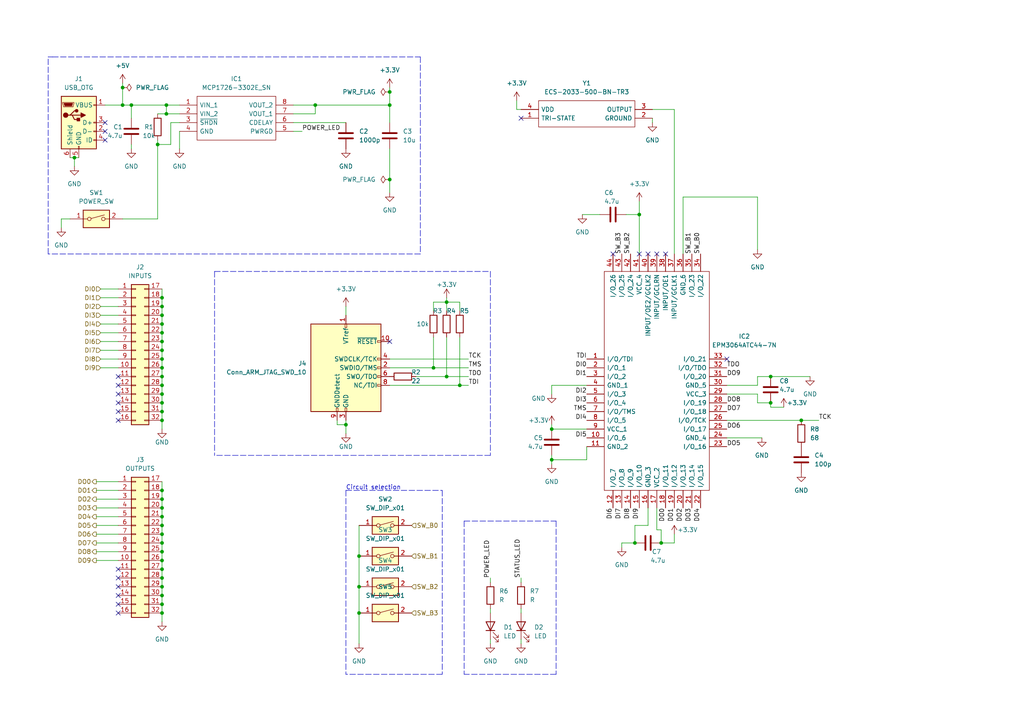
<source format=kicad_sch>
(kicad_sch (version 20211123) (generator eeschema)
  (paper "A4")
  (title_block (title "ATPG with CPLD circuit") (date "2022-08-07") (rev "0.0.1") (company "AGH UST") (comment 1 "Author: Radosław Sajdak"))
  (lib_symbols
    (symbol "Connector:Conn_ARM_JTAG_SWD_10" (pin_names (offset 1.016))
      (property "Reference" "J" (at -2.54 16.51 0))
      (property "Value" "Conn_ARM_JTAG_SWD_10" (at -2.54 13.97 0))
      (symbol "Conn_ARM_JTAG_SWD_10_0_1"
        (rectangle (start -10.16 12.7) (end 10.16 -12.7) (stroke (width 0.254)) (fill (type background)))
        (rectangle (start -2.794 -12.7) (end -2.286 -11.684))
        (rectangle (start -0.254 -12.7) (end 0.254 -11.684))
        (rectangle (start -0.254 12.7) (end 0.254 11.684))
        (rectangle (start 9.144 2.286) (end 10.16 2.794))
        (rectangle (start 10.16 -2.794) (end 9.144 -2.286))
        (rectangle (start 10.16 -0.254) (end 9.144 0.254))
        (rectangle (start 10.16 7.874) (end 9.144 7.366))
      )
      (symbol "Conn_ARM_JTAG_SWD_10_1_1"
        (rectangle (start 9.144 -5.334) (end 10.16 -4.826))
        (pin power_in line (at 0 15.24 270) (length 2.54) (name "VTref") (number "1"))
        (pin open_collector line (at 12.7 7.62 180) (length 2.54) (name "~{RESET}") (number "10"))
        (pin bidirectional line (at 12.7 0 180) (length 2.54) (name "SWDIO/TMS") (number "2"))
        (pin power_in line (at 0 -15.24 90) (length 2.54) (name "GND") (number "3"))
        (pin output line (at 12.7 2.54 180) (length 2.54) (name "SWDCLK/TCK") (number "4"))
        (pin passive line (at 0 -15.24 90) (length 2.54) hide (name "GND") (number "5"))
        (pin input line (at 12.7 -2.54 180) (length 2.54) (name "SWO/TDO") (number "6"))
        (pin no_connect line (at -10.16 0 0) (length 2.54) hide (name "KEY") (number "7"))
        (pin output line (at 12.7 -5.08 180) (length 2.54) (name "NC/TDI") (number "8"))
        (pin passive line (at -2.54 -15.24 90) (length 2.54) (name "GNDDetect") (number "9"))
      )
    )
    (symbol "Connector:USB_OTG" (pin_names (offset 1.016))
      (property "Reference" "J" (at -5.08 11.43 0))
      (property "Value" "USB_OTG" (at -5.08 8.89 0))
      (symbol "USB_OTG_0_1"
        (rectangle (start -5.08 -7.62) (end 5.08 7.62) (stroke (width 0.254)) (fill (type background)))
        (circle (center -3.81 2.159) (radius 0.635) (stroke (width 0.254)) (fill (type outline)))
        (circle (center -0.635 3.429) (radius 0.381) (stroke (width 0.254)) (fill (type outline)))
        (rectangle (start -0.127 -7.62) (end 0.127 -6.858))
        (polyline (pts (xy -1.905 2.159) (xy 0.635 2.159)) (stroke (width 0.254)))
        (polyline (pts (xy -3.175 2.159) (xy -2.54 2.159) (xy -1.27 3.429) (xy -0.635 3.429)) (stroke (width 0.254)))
        (polyline (pts (xy -2.54 2.159) (xy -1.905 2.159) (xy -1.27 0.889) (xy 0 0.889)) (stroke (width 0.254)))
        (polyline (pts (xy 0.635 2.794) (xy 0.635 1.524) (xy 1.905 2.159) (xy 0.635 2.794)) (stroke (width 0.254)) (fill (type outline)))
        (polyline (pts (xy -4.318 5.588) (xy -1.778 5.588) (xy -2.032 4.826) (xy -4.064 4.826) (xy -4.318 5.588)) (fill (type outline)))
        (polyline (pts (xy -4.699 5.842) (xy -4.699 5.588) (xy -4.445 4.826) (xy -4.445 4.572) (xy -1.651 4.572) (xy -1.651 4.826) (xy -1.397 5.588) (xy -1.397 5.842) (xy -4.699 5.842)))
        (rectangle (start 0.254 1.27) (end -0.508 0.508) (stroke (width 0.254)) (fill (type outline)))
        (rectangle (start 5.08 -5.207) (end 4.318 -4.953))
        (rectangle (start 5.08 -2.667) (end 4.318 -2.413))
        (rectangle (start 5.08 -0.127) (end 4.318 0.127))
        (rectangle (start 5.08 4.953) (end 4.318 5.207))
      )
      (symbol "USB_OTG_1_1"
        (pin passive line (at 7.62 5.08 180) (length 2.54) (name "VBUS") (number "1"))
        (pin bidirectional line (at 7.62 -2.54 180) (length 2.54) (name "D-") (number "2"))
        (pin bidirectional line (at 7.62 0 180) (length 2.54) (name "D+") (number "3"))
        (pin passive line (at 7.62 -5.08 180) (length 2.54) (name "ID") (number "4"))
        (pin passive line (at 0 -10.16 90) (length 2.54) (name "GND") (number "5"))
        (pin passive line (at -2.54 -10.16 90) (length 2.54) (name "Shield") (number "6"))
      )
    )
    (symbol "Connector_Generic:Conn_02x16_Top_Bottom" (pin_names (offset 1.016) hide)
      (property "Reference" "J" (at 1.27 20.32 0))
      (property "Value" "Conn_02x16_Top_Bottom" (at 1.27 -22.86 0))
      (symbol "Conn_02x16_Top_Bottom_1_1"
        (rectangle (start -1.27 -20.193) (end 0 -20.447) (stroke (width 0.1524)))
        (rectangle (start -1.27 -17.653) (end 0 -17.907) (stroke (width 0.1524)))
        (rectangle (start -1.27 -15.113) (end 0 -15.367) (stroke (width 0.1524)))
        (rectangle (start -1.27 -12.573) (end 0 -12.827) (stroke (width 0.1524)))
        (rectangle (start -1.27 -10.033) (end 0 -10.287) (stroke (width 0.1524)))
        (rectangle (start -1.27 -7.493) (end 0 -7.747) (stroke (width 0.1524)))
        (rectangle (start -1.27 -4.953) (end 0 -5.207) (stroke (width 0.1524)))
        (rectangle (start -1.27 -2.413) (end 0 -2.667) (stroke (width 0.1524)))
        (rectangle (start -1.27 0.127) (end 0 -0.127) (stroke (width 0.1524)))
        (rectangle (start -1.27 2.667) (end 0 2.413) (stroke (width 0.1524)))
        (rectangle (start -1.27 5.207) (end 0 4.953) (stroke (width 0.1524)))
        (rectangle (start -1.27 7.747) (end 0 7.493) (stroke (width 0.1524)))
        (rectangle (start -1.27 10.287) (end 0 10.033) (stroke (width 0.1524)))
        (rectangle (start -1.27 12.827) (end 0 12.573) (stroke (width 0.1524)))
        (rectangle (start -1.27 15.367) (end 0 15.113) (stroke (width 0.1524)))
        (rectangle (start -1.27 17.907) (end 0 17.653) (stroke (width 0.1524)))
        (rectangle (start -1.27 19.05) (end 3.81 -21.59) (stroke (width 0.254)) (fill (type background)))
        (rectangle (start 3.81 -20.193) (end 2.54 -20.447) (stroke (width 0.1524)))
        (rectangle (start 3.81 -17.653) (end 2.54 -17.907) (stroke (width 0.1524)))
        (rectangle (start 3.81 -15.113) (end 2.54 -15.367) (stroke (width 0.1524)))
        (rectangle (start 3.81 -12.573) (end 2.54 -12.827) (stroke (width 0.1524)))
        (rectangle (start 3.81 -10.033) (end 2.54 -10.287) (stroke (width 0.1524)))
        (rectangle (start 3.81 -7.493) (end 2.54 -7.747) (stroke (width 0.1524)))
        (rectangle (start 3.81 -4.953) (end 2.54 -5.207) (stroke (width 0.1524)))
        (rectangle (start 3.81 -2.413) (end 2.54 -2.667) (stroke (width 0.1524)))
        (rectangle (start 3.81 0.127) (end 2.54 -0.127) (stroke (width 0.1524)))
        (rectangle (start 3.81 2.667) (end 2.54 2.413) (stroke (width 0.1524)))
        (rectangle (start 3.81 5.207) (end 2.54 4.953) (stroke (width 0.1524)))
        (rectangle (start 3.81 7.747) (end 2.54 7.493) (stroke (width 0.1524)))
        (rectangle (start 3.81 10.287) (end 2.54 10.033) (stroke (width 0.1524)))
        (rectangle (start 3.81 12.827) (end 2.54 12.573) (stroke (width 0.1524)))
        (rectangle (start 3.81 15.367) (end 2.54 15.113) (stroke (width 0.1524)))
        (rectangle (start 3.81 17.907) (end 2.54 17.653) (stroke (width 0.1524)))
        (pin passive line (at -5.08 17.78 0) (length 3.81) (name "Pin_1") (number "1"))
        (pin passive line (at -5.08 -5.08 0) (length 3.81) (name "Pin_10") (number "10"))
        (pin passive line (at -5.08 -7.62 0) (length 3.81) (name "Pin_11") (number "11"))
        (pin passive line (at -5.08 -10.16 0) (length 3.81) (name "Pin_12") (number "12"))
        (pin passive line (at -5.08 -12.7 0) (length 3.81) (name "Pin_13") (number "13"))
        (pin passive line (at -5.08 -15.24 0) (length 3.81) (name "Pin_14") (number "14"))
        (pin passive line (at -5.08 -17.78 0) (length 3.81) (name "Pin_15") (number "15"))
        (pin passive line (at -5.08 -20.32 0) (length 3.81) (name "Pin_16") (number "16"))
        (pin passive line (at 7.62 17.78 180) (length 3.81) (name "Pin_17") (number "17"))
        (pin passive line (at 7.62 15.24 180) (length 3.81) (name "Pin_18") (number "18"))
        (pin passive line (at 7.62 12.7 180) (length 3.81) (name "Pin_19") (number "19"))
        (pin passive line (at -5.08 15.24 0) (length 3.81) (name "Pin_2") (number "2"))
        (pin passive line (at 7.62 10.16 180) (length 3.81) (name "Pin_20") (number "20"))
        (pin passive line (at 7.62 7.62 180) (length 3.81) (name "Pin_21") (number "21"))
        (pin passive line (at 7.62 5.08 180) (length 3.81) (name "Pin_22") (number "22"))
        (pin passive line (at 7.62 2.54 180) (length 3.81) (name "Pin_23") (number "23"))
        (pin passive line (at 7.62 0 180) (length 3.81) (name "Pin_24") (number "24"))
        (pin passive line (at 7.62 -2.54 180) (length 3.81) (name "Pin_25") (number "25"))
        (pin passive line (at 7.62 -5.08 180) (length 3.81) (name "Pin_26") (number "26"))
        (pin passive line (at 7.62 -7.62 180) (length 3.81) (name "Pin_27") (number "27"))
        (pin passive line (at 7.62 -10.16 180) (length 3.81) (name "Pin_28") (number "28"))
        (pin passive line (at 7.62 -12.7 180) (length 3.81) (name "Pin_29") (number "29"))
        (pin passive line (at -5.08 12.7 0) (length 3.81) (name "Pin_3") (number "3"))
        (pin passive line (at 7.62 -15.24 180) (length 3.81) (name "Pin_30") (number "30"))
        (pin passive line (at 7.62 -17.78 180) (length 3.81) (name "Pin_31") (number "31"))
        (pin passive line (at 7.62 -20.32 180) (length 3.81) (name "Pin_32") (number "32"))
        (pin passive line (at -5.08 10.16 0) (length 3.81) (name "Pin_4") (number "4"))
        (pin passive line (at -5.08 7.62 0) (length 3.81) (name "Pin_5") (number "5"))
        (pin passive line (at -5.08 5.08 0) (length 3.81) (name "Pin_6") (number "6"))
        (pin passive line (at -5.08 2.54 0) (length 3.81) (name "Pin_7") (number "7"))
        (pin passive line (at -5.08 0 0) (length 3.81) (name "Pin_8") (number "8"))
        (pin passive line (at -5.08 -2.54 0) (length 3.81) (name "Pin_9") (number "9"))
      )
    )
    (symbol "Device:C" (pin_numbers hide) (pin_names (offset 0.254))
      (property "Reference" "C" (at 0.635 2.54 0))
      (property "Value" "C" (at 0.635 -2.54 0))
      (symbol "C_0_1"
        (polyline (pts (xy -2.032 -0.762) (xy 2.032 -0.762)) (stroke (width 0.508)))
        (polyline (pts (xy -2.032 0.762) (xy 2.032 0.762)) (stroke (width 0.508)))
      )
      (symbol "C_1_1"
        (pin passive line (at 0 3.81 270) (length 2.794) (name "~") (number "1"))
        (pin passive line (at 0 -3.81 90) (length 2.794) (name "~") (number "2"))
      )
    )
    (symbol "Device:LED" (pin_numbers hide) (pin_names (offset 1.016) hide)
      (property "Reference" "D" (at 0 2.54 0))
      (property "Value" "LED" (at 0 -2.54 0))
      (symbol "LED_0_1"
        (polyline (pts (xy -1.27 -1.27) (xy -1.27 1.27)) (stroke (width 0.254)))
        (polyline (pts (xy -1.27 0) (xy 1.27 0)))
        (polyline (pts (xy 1.27 -1.27) (xy 1.27 1.27) (xy -1.27 0) (xy 1.27 -1.27)) (stroke (width 0.254)))
        (polyline (pts (xy -3.048 -0.762) (xy -4.572 -2.286) (xy -3.81 -2.286) (xy -4.572 -2.286) (xy -4.572 -1.524)))
        (polyline (pts (xy -1.778 -0.762) (xy -3.302 -2.286) (xy -2.54 -2.286) (xy -3.302 -2.286) (xy -3.302 -1.524)))
      )
      (symbol "LED_1_1"
        (pin passive line (at -3.81 0 0) (length 2.54) (name "K") (number "1"))
        (pin passive line (at 3.81 0 180) (length 2.54) (name "A") (number "2"))
      )
    )
    (symbol "Device:R" (pin_numbers hide) (pin_names (offset 0))
      (property "Reference" "R" (at 2.032 0 90))
      (property "Value" "R" (at 0 0 90))
      (symbol "R_0_1"
        (rectangle (start -1.016 -2.54) (end 1.016 2.54) (stroke (width 0.254)))
      )
      (symbol "R_1_1"
        (pin passive line (at 0 3.81 270) (length 1.27) (name "~") (number "1"))
        (pin passive line (at 0 -3.81 90) (length 1.27) (name "~") (number "2"))
      )
    )
    (symbol "ECS-2033-500-BN-TR3:ECS-2033-500-BN-TR3" (pin_names (offset 0.762))
      (property "Reference" "Y" (at 34.29 7.62 0))
      (property "Value" "ECS-2033-500-BN-TR3" (at 34.29 5.08 0))
      (symbol "ECS-2033-500-BN-TR3_0_0"
        (pin passive line (at 0 -2.54 0) (length 5.08) (name "TRI-STATE") (number "1"))
        (pin passive line (at 38.1 -2.54 180) (length 5.08) (name "GROUND") (number "2"))
        (pin passive line (at 38.1 0 180) (length 5.08) (name "OUTPUT") (number "3"))
        (pin passive line (at 0 0 0) (length 5.08) (name "VDD") (number "4"))
      )
      (symbol "ECS-2033-500-BN-TR3_0_1"
        (polyline (pts (xy 5.08 2.54) (xy 33.02 2.54) (xy 33.02 -5.08) (xy 5.08 -5.08) (xy 5.08 2.54)) (stroke (width 0.1524)))
      )
    )
    (symbol "EPM3064ATC44-7N:EPM3064ATC44-7N" (pin_names (offset 0.762))
      (property "Reference" "IC" (at 36.83 30.48 0))
      (property "Value" "EPM3064ATC44-7N" (at 36.83 27.94 0))
      (symbol "EPM3064ATC44-7N_0_0"
        (pin passive line (at 0 0 0) (length 5.08) (name "I/O/TDI") (number "1"))
        (pin passive line (at 0 -22.86 0) (length 5.08) (name "I/O_6") (number "10"))
        (pin passive line (at 0 -25.4 0) (length 5.08) (name "GND_2") (number "11"))
        (pin passive line (at 7.62 -43.18 90) (length 5.08) (name "I/O_7") (number "12"))
        (pin passive line (at 10.16 -43.18 90) (length 5.08) (name "I/O_8") (number "13"))
        (pin passive line (at 12.7 -43.18 90) (length 5.08) (name "I/O_9") (number "14"))
        (pin passive line (at 15.24 -43.18 90) (length 5.08) (name "I/O_10") (number "15"))
        (pin passive line (at 17.78 -43.18 90) (length 5.08) (name "GND_3") (number "16"))
        (pin passive line (at 20.32 -43.18 90) (length 5.08) (name "VCC_2") (number "17"))
        (pin passive line (at 22.86 -43.18 90) (length 5.08) (name "I/O_11") (number "18"))
        (pin passive line (at 25.4 -43.18 90) (length 5.08) (name "I/O_12") (number "19"))
        (pin passive line (at 0 -2.54 0) (length 5.08) (name "I/O_1") (number "2"))
        (pin passive line (at 27.94 -43.18 90) (length 5.08) (name "I/O_13") (number "20"))
        (pin passive line (at 30.48 -43.18 90) (length 5.08) (name "I/O_14") (number "21"))
        (pin passive line (at 33.02 -43.18 90) (length 5.08) (name "I/O_15") (number "22"))
        (pin passive line (at 40.64 -25.4 180) (length 5.08) (name "I/O_16") (number "23"))
        (pin passive line (at 40.64 -22.86 180) (length 5.08) (name "GND_4") (number "24"))
        (pin passive line (at 40.64 -20.32 180) (length 5.08) (name "I/O_17") (number "25"))
        (pin passive line (at 40.64 -17.78 180) (length 5.08) (name "I/O/TCK") (number "26"))
        (pin passive line (at 40.64 -15.24 180) (length 5.08) (name "I/O_18") (number "27"))
        (pin passive line (at 40.64 -12.7 180) (length 5.08) (name "I/O_19") (number "28"))
        (pin passive line (at 40.64 -10.16 180) (length 5.08) (name "VCC_3") (number "29"))
        (pin passive line (at 0 -5.08 0) (length 5.08) (name "I/O_2") (number "3"))
        (pin passive line (at 40.64 -7.62 180) (length 5.08) (name "GND_5") (number "30"))
        (pin passive line (at 40.64 -5.08 180) (length 5.08) (name "I/O_20") (number "31"))
        (pin passive line (at 40.64 -2.54 180) (length 5.08) (name "I/O/TDO") (number "32"))
        (pin passive line (at 40.64 0 180) (length 5.08) (name "I/O_21") (number "33"))
        (pin passive line (at 33.02 30.48 270) (length 5.08) (name "I/O_22") (number "34"))
        (pin passive line (at 30.48 30.48 270) (length 5.08) (name "I/O_23") (number "35"))
        (pin passive line (at 27.94 30.48 270) (length 5.08) (name "GND_6") (number "36"))
        (pin passive line (at 25.4 30.48 270) (length 5.08) (name "INPUT/GCLK1") (number "37"))
        (pin passive line (at 22.86 30.48 270) (length 5.08) (name "INPUT/OE1") (number "38"))
        (pin passive line (at 20.32 30.48 270) (length 5.08) (name "INPUT/GCLRN") (number "39"))
        (pin passive line (at 0 -7.62 0) (length 5.08) (name "GND_1") (number "4"))
        (pin passive line (at 17.78 30.48 270) (length 5.08) (name "INPUT/OE2/GCLK2") (number "40"))
        (pin passive line (at 15.24 30.48 270) (length 5.08) (name "VCC_4") (number "41"))
        (pin passive line (at 12.7 30.48 270) (length 5.08) (name "I/O_24") (number "42"))
        (pin passive line (at 10.16 30.48 270) (length 5.08) (name "I/O_25") (number "43"))
        (pin passive line (at 7.62 30.48 270) (length 5.08) (name "I/O_26") (number "44"))
        (pin passive line (at 0 -10.16 0) (length 5.08) (name "I/O_3") (number "5"))
        (pin passive line (at 0 -12.7 0) (length 5.08) (name "I/O_4") (number "6"))
        (pin passive line (at 0 -15.24 0) (length 5.08) (name "I/O/TMS") (number "7"))
        (pin passive line (at 0 -17.78 0) (length 5.08) (name "I/O_5") (number "8"))
        (pin passive line (at 0 -20.32 0) (length 5.08) (name "VCC_1") (number "9"))
      )
      (symbol "EPM3064ATC44-7N_0_1"
        (polyline (pts (xy 5.08 25.4) (xy 35.56 25.4) (xy 35.56 -38.1) (xy 5.08 -38.1) (xy 5.08 25.4)) (stroke (width 0.1524)))
      )
    )
    (symbol "MCP1726-3302E_SN:MCP1726-3302E_SN" (pin_names (offset 0.762))
      (property "Reference" "IC" (at 29.21 7.62 0))
      (property "Value" "MCP1726-3302E_SN" (at 29.21 5.08 0))
      (symbol "MCP1726-3302E_SN_0_0"
        (pin passive line (at 0 0 0) (length 5.08) (name "VIN_1") (number "1"))
        (pin passive line (at 0 -2.54 0) (length 5.08) (name "VIN_2") (number "2"))
        (pin passive line (at 0 -5.08 0) (length 5.08) (name "~{SHDN}") (number "3"))
        (pin passive line (at 0 -7.62 0) (length 5.08) (name "GND") (number "4"))
        (pin passive line (at 33.02 -7.62 180) (length 5.08) (name "PWRGD") (number "5"))
        (pin passive line (at 33.02 -5.08 180) (length 5.08) (name "CDELAY") (number "6"))
        (pin passive line (at 33.02 -2.54 180) (length 5.08) (name "VOUT_1") (number "7"))
        (pin passive line (at 33.02 0 180) (length 5.08) (name "VOUT_2") (number "8"))
      )
      (symbol "MCP1726-3302E_SN_0_1"
        (polyline (pts (xy 5.08 2.54) (xy 27.94 2.54) (xy 27.94 -10.16) (xy 5.08 -10.16) (xy 5.08 2.54)) (stroke (width 0.1524)))
      )
    )
    (symbol "R_1" (pin_numbers hide) (pin_names (offset 0) hide)
      (property "Reference" "R" (at 2.032 0 90))
      (property "Value" "R_1" (at 0 0 90))
      (symbol "R_1_0_1"
        (rectangle (start -1.016 -2.54) (end 1.016 2.54) (stroke (width 0.254)))
      )
      (symbol "R_1_1_1"
        (pin passive line (at 0 3.81 270) (length 1.27) (name "~") (number "1"))
        (pin passive line (at 0 -3.81 90) (length 1.27) (name "~") (number "2"))
      )
    )
    (symbol "Switch:SW_DIP_x01" (pin_names (offset 0) hide)
      (property "Reference" "SW" (at 0 3.81 0))
      (property "Value" "SW_DIP_x01" (at 0 -3.81 0))
      (symbol "SW_DIP_x01_0_0"
        (circle (center -2.032 0) (radius 0.508))
        (polyline (pts (xy -1.524 0.127) (xy 2.3622 1.1684)))
        (circle (center 2.032 0) (radius 0.508))
      )
      (symbol "SW_DIP_x01_0_1"
        (rectangle (start -3.81 2.54) (end 3.81 -2.54) (stroke (width 0.254)) (fill (type background)))
      )
      (symbol "SW_DIP_x01_1_1"
        (pin passive line (at -7.62 0 0) (length 5.08) (name "~") (number "1"))
        (pin passive line (at 7.62 0 180) (length 5.08) (name "~") (number "2"))
      )
    )
    (symbol "power:+3.3V" (power) (pin_names (offset 0))
      (property "Value" "+3.3V" (at 0 3.556 0))
      (symbol "+3.3V_0_1"
        (polyline (pts (xy -0.762 1.27) (xy 0 2.54)))
        (polyline (pts (xy 0 0) (xy 0 2.54)))
        (polyline (pts (xy 0 2.54) (xy 0.762 1.27)))
      )
      (symbol "+3.3V_1_1"
        (pin power_in line (at 0 0 90) (length 0) hide (name "+3.3V") (number "1"))
      )
    )
    (symbol "power:+5V" (power) (pin_names (offset 0))
      (property "Value" "+5V" (at 0 3.556 0))
      (symbol "+5V_0_1"
        (polyline (pts (xy -0.762 1.27) (xy 0 2.54)))
        (polyline (pts (xy 0 0) (xy 0 2.54)))
        (polyline (pts (xy 0 2.54) (xy 0.762 1.27)))
      )
      (symbol "+5V_1_1"
        (pin power_in line (at 0 0 90) (length 0) hide (name "+5V") (number "1"))
      )
    )
    (symbol "power:GND" (power) (pin_names (offset 0))
      (property "Value" "GND" (at 0 -3.81 0))
      (symbol "GND_0_1"
        (polyline (pts (xy 0 0) (xy 0 -1.27) (xy 1.27 -1.27) (xy 0 -2.54) (xy -1.27 -1.27) (xy 0 -1.27)))
      )
      (symbol "GND_1_1"
        (pin power_in line (at 0 0 270) (length 0) hide (name "GND") (number "1"))
      )
    )
    (symbol "power:PWR_FLAG" (power) (pin_numbers hide) (pin_names (offset 0) hide)
      (property "Value" "PWR_FLAG" (at 0 3.81 0))
      (symbol "PWR_FLAG_0_0"
        (pin power_out line (at 0 0 90) (length 0) (name "pwr") (number "1"))
      )
      (symbol "PWR_FLAG_0_1"
        (polyline (pts (xy 0 0) (xy 0 1.27) (xy -1.016 1.905) (xy 0 2.54) (xy 1.016 1.905) (xy 0 1.27)))
      )
    )
  )
  (junction (at 104.14 177.8))
  (junction (at 125.73 106.68))
  (junction (at 48.26 30.48))
  (junction (at 46.99 170.18))
  (junction (at 46.99 121.92))
  (junction (at 46.99 99.06))
  (junction (at 46.99 111.76))
  (junction (at 184.15 157.48))
  (junction (at 46.99 109.22))
  (junction (at 113.03 52.07))
  (junction (at 160.02 133.35))
  (junction (at 46.99 106.68))
  (junction (at 104.14 161.29))
  (junction (at 46.99 167.64))
  (junction (at 100.33 123.19))
  (junction (at 46.99 91.44))
  (junction (at 46.99 101.6))
  (junction (at 191.77 157.48))
  (junction (at 223.52 116.84))
  (junction (at 133.35 111.76))
  (junction (at 104.14 170.18))
  (junction (at 46.99 154.94))
  (junction (at 46.99 93.98))
  (junction (at 113.03 26.67))
  (junction (at 45.72 41.91))
  (junction (at 46.99 177.8))
  (junction (at 46.99 142.24))
  (junction (at 232.41 121.92))
  (junction (at 160.02 124.46))
  (junction (at 46.99 152.4))
  (junction (at 46.99 119.38))
  (junction (at 46.99 160.02))
  (junction (at 46.99 114.3))
  (junction (at 129.54 109.22))
  (junction (at 185.42 62.23))
  (junction (at 223.52 109.22))
  (junction (at 46.99 116.84))
  (junction (at 38.1 30.48))
  (junction (at 46.99 88.9))
  (junction (at 129.54 87.63))
  (junction (at 91.44 30.48))
  (junction (at 46.99 144.78))
  (junction (at 46.99 96.52))
  (junction (at 46.99 147.32))
  (junction (at 35.56 30.48))
  (junction (at 48.26 33.02))
  (junction (at 35.56 25.4))
  (junction (at 46.99 86.36))
  (junction (at 21.59 45.72))
  (junction (at 46.99 162.56))
  (junction (at 46.99 165.1))
  (junction (at 46.99 172.72))
  (junction (at 46.99 157.48))
  (junction (at 113.03 30.48))
  (junction (at 46.99 175.26))
  (junction (at 46.99 104.14))
  (junction (at 46.99 149.86))
  (no_connect (at 34.29 121.92))
  (no_connect (at 193.04 73.66))
  (no_connect (at 190.5 73.66))
  (no_connect (at 187.96 73.66))
  (no_connect (at 185.42 73.66))
  (no_connect (at 34.29 165.1))
  (no_connect (at 34.29 175.26))
  (no_connect (at 34.29 172.72))
  (no_connect (at 34.29 170.18))
  (no_connect (at 34.29 167.64))
  (no_connect (at 34.29 119.38))
  (no_connect (at 34.29 116.84))
  (no_connect (at 34.29 114.3))
  (no_connect (at 34.29 111.76))
  (no_connect (at 34.29 109.22))
  (no_connect (at 210.82 104.14))
  (no_connect (at 177.8 73.66))
  (no_connect (at 34.29 177.8))
  (no_connect (at 113.03 99.06))
  (no_connect (at 30.48 35.56))
  (no_connect (at 30.48 40.64))
  (no_connect (at 30.48 38.1))
  (no_connect (at 151.13 34.29))
  (wire (pts (xy 27.94 160.02) (xy 34.29 160.02)))
  (wire (pts (xy 113.03 106.68) (xy 125.73 106.68)))
  (wire (pts (xy 160.02 133.35) (xy 160.02 134.62)))
  (polyline (pts (xy 100.33 142.24) (xy 100.33 195.58)))
  (wire (pts (xy 52.07 35.56) (xy 49.53 35.56)))
  (wire (pts (xy 46.99 162.56) (xy 46.99 165.1)))
  (wire (pts (xy 219.71 109.22) (xy 219.71 111.76)))
  (wire (pts (xy 160.02 123.19) (xy 160.02 124.46)))
  (wire (pts (xy 219.71 114.3) (xy 219.71 116.84)))
  (wire (pts (xy 46.99 175.26) (xy 46.99 177.8)))
  (wire (pts (xy 151.13 176.53) (xy 151.13 177.8)))
  (wire (pts (xy 46.99 170.18) (xy 46.99 172.72)))
  (wire (pts (xy 27.94 149.86) (xy 34.29 149.86)))
  (polyline (pts (xy 134.62 151.13) (xy 134.62 195.58)))
  (wire (pts (xy 46.99 172.72) (xy 46.99 175.26)))
  (wire (pts (xy 223.52 109.22) (xy 219.71 109.22)))
  (wire (pts (xy 181.61 62.23) (xy 185.42 62.23)))
  (wire (pts (xy 142.24 176.53) (xy 142.24 177.8)))
  (wire (pts (xy 189.23 34.29) (xy 189.23 35.56)))
  (wire (pts (xy 237.49 121.92) (xy 232.41 121.92)))
  (wire (pts (xy 190.5 153.67) (xy 191.77 153.67)))
  (wire (pts (xy 46.99 96.52) (xy 46.99 99.06)))
  (polyline (pts (xy 161.29 195.58) (xy 134.62 195.58)))
  (wire (pts (xy 29.21 96.52) (xy 34.29 96.52)))
  (wire (pts (xy 113.03 104.14) (xy 135.89 104.14)))
  (wire (pts (xy 46.99 139.7) (xy 46.99 142.24)))
  (polyline (pts (xy 142.24 78.74) (xy 142.24 132.08)))
  (wire (pts (xy 113.03 111.76) (xy 133.35 111.76)))
  (wire (pts (xy 38.1 30.48) (xy 38.1 34.29)))
  (wire (pts (xy 52.07 33.02) (xy 48.26 33.02)))
  (wire (pts (xy 210.82 114.3) (xy 219.71 114.3)))
  (wire (pts (xy 46.99 88.9) (xy 46.99 91.44)))
  (wire (pts (xy 129.54 86.36) (xy 129.54 87.63)))
  (wire (pts (xy 91.44 30.48) (xy 113.03 30.48)))
  (wire (pts (xy 223.52 109.22) (xy 234.95 109.22)))
  (wire (pts (xy 85.09 35.56) (xy 100.33 35.56)))
  (polyline (pts (xy 142.24 132.08) (xy 62.23 132.08)))
  (wire (pts (xy 180.34 157.48) (xy 184.15 157.48)))
  (polyline (pts (xy 62.23 78.74) (xy 142.24 78.74)))
  (wire (pts (xy 187.96 147.32) (xy 187.96 152.4)))
  (wire (pts (xy 125.73 87.63) (xy 129.54 87.63)))
  (wire (pts (xy 189.23 31.75) (xy 195.58 31.75)))
  (wire (pts (xy 17.78 66.04) (xy 17.78 63.5)))
  (wire (pts (xy 46.99 119.38) (xy 46.99 121.92)))
  (wire (pts (xy 232.41 121.92) (xy 210.82 121.92)))
  (wire (pts (xy 160.02 114.3) (xy 160.02 111.76)))
  (wire (pts (xy 29.21 99.06) (xy 34.29 99.06)))
  (wire (pts (xy 45.72 33.02) (xy 48.26 33.02)))
  (wire (pts (xy 190.5 147.32) (xy 190.5 153.67)))
  (wire (pts (xy 45.72 40.64) (xy 45.72 41.91)))
  (wire (pts (xy 91.44 33.02) (xy 91.44 30.48)))
  (wire (pts (xy 29.21 83.82) (xy 34.29 83.82)))
  (wire (pts (xy 52.07 38.1) (xy 52.07 43.18)))
  (wire (pts (xy 46.99 157.48) (xy 46.99 160.02)))
  (wire (pts (xy 187.96 152.4) (xy 184.15 152.4)))
  (polyline (pts (xy 100.33 142.24) (xy 128.27 142.24)))
  (wire (pts (xy 46.99 104.14) (xy 46.99 106.68)))
  (wire (pts (xy 149.86 31.75) (xy 151.13 31.75)))
  (polyline (pts (xy 161.29 151.13) (xy 161.29 195.58)))
  (wire (pts (xy 46.99 99.06) (xy 46.99 101.6)))
  (wire (pts (xy 170.18 129.54) (xy 170.18 133.35)))
  (wire (pts (xy 46.99 144.78) (xy 46.99 147.32)))
  (wire (pts (xy 129.54 87.63) (xy 129.54 90.17)))
  (wire (pts (xy 223.52 118.11) (xy 223.52 116.84)))
  (wire (pts (xy 46.99 91.44) (xy 46.99 93.98)))
  (wire (pts (xy 35.56 25.4) (xy 35.56 30.48)))
  (wire (pts (xy 49.53 35.56) (xy 49.53 41.91)))
  (polyline (pts (xy 121.92 16.51) (xy 121.92 73.66)))
  (wire (pts (xy 35.56 24.13) (xy 35.56 25.4)))
  (wire (pts (xy 48.26 30.48) (xy 52.07 30.48)))
  (wire (pts (xy 160.02 111.76) (xy 170.18 111.76)))
  (wire (pts (xy 129.54 87.63) (xy 133.35 87.63)))
  (wire (pts (xy 46.99 154.94) (xy 46.99 157.48)))
  (wire (pts (xy 104.14 170.18) (xy 104.14 177.8)))
  (wire (pts (xy 46.99 121.92) (xy 46.99 124.46)))
  (wire (pts (xy 46.99 165.1) (xy 46.99 167.64)))
  (wire (pts (xy 113.03 55.88) (xy 113.03 52.07)))
  (wire (pts (xy 100.33 121.92) (xy 100.33 123.19)))
  (wire (pts (xy 46.99 142.24) (xy 46.99 144.78)))
  (wire (pts (xy 185.42 62.23) (xy 185.42 73.66)))
  (wire (pts (xy 151.13 167.64) (xy 151.13 168.91)))
  (wire (pts (xy 100.33 123.19) (xy 100.33 125.73)))
  (polyline (pts (xy 62.23 78.74) (xy 62.23 132.08)))
  (wire (pts (xy 142.24 167.64) (xy 142.24 168.91)))
  (polyline (pts (xy 134.62 151.13) (xy 161.29 151.13)))
  (wire (pts (xy 38.1 30.48) (xy 48.26 30.48)))
  (wire (pts (xy 46.99 160.02) (xy 46.99 162.56)))
  (wire (pts (xy 46.99 101.6) (xy 46.99 104.14)))
  (wire (pts (xy 35.56 30.48) (xy 38.1 30.48)))
  (wire (pts (xy 27.94 152.4) (xy 34.29 152.4)))
  (wire (pts (xy 129.54 109.22) (xy 135.89 109.22)))
  (wire (pts (xy 17.78 63.5) (xy 20.32 63.5)))
  (wire (pts (xy 45.72 41.91) (xy 45.72 63.5)))
  (wire (pts (xy 29.21 86.36) (xy 34.29 86.36)))
  (wire (pts (xy 27.94 154.94) (xy 34.29 154.94)))
  (wire (pts (xy 29.21 88.9) (xy 34.29 88.9)))
  (wire (pts (xy 104.14 177.8) (xy 104.14 186.69)))
  (wire (pts (xy 27.94 157.48) (xy 34.29 157.48)))
  (wire (pts (xy 45.72 63.5) (xy 35.56 63.5)))
  (wire (pts (xy 227.33 118.11) (xy 223.52 118.11)))
  (wire (pts (xy 29.21 101.6) (xy 34.29 101.6)))
  (wire (pts (xy 104.14 152.4) (xy 104.14 161.29)))
  (wire (pts (xy 46.99 177.8) (xy 46.99 180.34)))
  (wire (pts (xy 195.58 154.94) (xy 195.58 157.48)))
  (wire (pts (xy 85.09 38.1) (xy 87.63 38.1)))
  (wire (pts (xy 219.71 57.15) (xy 198.12 57.15)))
  (polyline (pts (xy 128.27 142.24) (xy 128.27 195.58)))
  (wire (pts (xy 100.33 88.9) (xy 100.33 91.44)))
  (wire (pts (xy 191.77 153.67) (xy 191.77 157.48)))
  (wire (pts (xy 97.79 121.92) (xy 97.79 123.19)))
  (wire (pts (xy 48.26 33.02) (xy 48.26 30.48)))
  (wire (pts (xy 219.71 72.39) (xy 219.71 57.15)))
  (wire (pts (xy 219.71 116.84) (xy 223.52 116.84)))
  (polyline (pts (xy 13.97 73.66) (xy 13.97 16.51)))
  (wire (pts (xy 85.09 33.02) (xy 91.44 33.02)))
  (wire (pts (xy 46.99 109.22) (xy 46.99 111.76)))
  (wire (pts (xy 27.94 147.32) (xy 34.29 147.32)))
  (wire (pts (xy 129.54 97.79) (xy 129.54 109.22)))
  (wire (pts (xy 38.1 41.91) (xy 38.1 43.18)))
  (wire (pts (xy 30.48 30.48) (xy 35.56 30.48)))
  (wire (pts (xy 46.99 116.84) (xy 46.99 119.38)))
  (wire (pts (xy 195.58 31.75) (xy 195.58 73.66)))
  (wire (pts (xy 120.65 109.22) (xy 129.54 109.22)))
  (wire (pts (xy 27.94 139.7) (xy 34.29 139.7)))
  (polyline (pts (xy 15.24 16.51) (xy 121.92 16.51)))
  (polyline (pts (xy 121.92 73.66) (xy 13.97 73.66)))
  (wire (pts (xy 185.42 58.42) (xy 185.42 62.23)))
  (wire (pts (xy 160.02 132.08) (xy 160.02 133.35)))
  (wire (pts (xy 113.03 26.67) (xy 113.03 30.48)))
  (wire (pts (xy 125.73 87.63) (xy 125.73 90.17)))
  (wire (pts (xy 198.12 57.15) (xy 198.12 73.66)))
  (wire (pts (xy 27.94 142.24) (xy 34.29 142.24)))
  (wire (pts (xy 21.59 45.72) (xy 22.86 45.72)))
  (wire (pts (xy 125.73 106.68) (xy 135.89 106.68)))
  (wire (pts (xy 21.59 45.72) (xy 21.59 48.26)))
  (wire (pts (xy 49.53 41.91) (xy 45.72 41.91)))
  (wire (pts (xy 29.21 93.98) (xy 34.29 93.98)))
  (wire (pts (xy 113.03 30.48) (xy 113.03 35.56)))
  (wire (pts (xy 46.99 106.68) (xy 46.99 109.22)))
  (wire (pts (xy 195.58 157.48) (xy 191.77 157.48)))
  (wire (pts (xy 113.03 25.4) (xy 113.03 26.67)))
  (wire (pts (xy 20.32 45.72) (xy 21.59 45.72)))
  (wire (pts (xy 29.21 104.14) (xy 34.29 104.14)))
  (wire (pts (xy 29.21 106.68) (xy 34.29 106.68)))
  (wire (pts (xy 184.15 152.4) (xy 184.15 157.48)))
  (wire (pts (xy 46.99 86.36) (xy 46.99 88.9)))
  (wire (pts (xy 133.35 111.76) (xy 135.89 111.76)))
  (wire (pts (xy 27.94 144.78) (xy 34.29 144.78)))
  (wire (pts (xy 210.82 127) (xy 220.98 127)))
  (wire (pts (xy 46.99 152.4) (xy 46.99 154.94)))
  (wire (pts (xy 46.99 147.32) (xy 46.99 149.86)))
  (wire (pts (xy 104.14 161.29) (xy 104.14 170.18)))
  (polyline (pts (xy 13.97 16.51) (xy 15.24 16.51)))
  (wire (pts (xy 46.99 83.82) (xy 46.99 86.36)))
  (wire (pts (xy 125.73 97.79) (xy 125.73 106.68)))
  (polyline (pts (xy 128.27 195.58) (xy 100.33 195.58)))
  (wire (pts (xy 149.86 29.21) (xy 149.86 31.75)))
  (wire (pts (xy 46.99 111.76) (xy 46.99 114.3)))
  (wire (pts (xy 91.44 30.48) (xy 85.09 30.48)))
  (wire (pts (xy 133.35 97.79) (xy 133.35 111.76)))
  (wire (pts (xy 113.03 52.07) (xy 113.03 43.18)))
  (wire (pts (xy 46.99 167.64) (xy 46.99 170.18)))
  (wire (pts (xy 170.18 133.35) (xy 160.02 133.35)))
  (wire (pts (xy 46.99 149.86) (xy 46.99 152.4)))
  (wire (pts (xy 180.34 158.75) (xy 180.34 157.48)))
  (wire (pts (xy 151.13 185.42) (xy 151.13 186.69)))
  (wire (pts (xy 219.71 111.76) (xy 210.82 111.76)))
  (wire (pts (xy 168.91 62.23) (xy 173.99 62.23)))
  (wire (pts (xy 160.02 124.46) (xy 170.18 124.46)))
  (wire (pts (xy 46.99 114.3) (xy 46.99 116.84)))
  (wire (pts (xy 46.99 93.98) (xy 46.99 96.52)))
  (wire (pts (xy 142.24 185.42) (xy 142.24 186.69)))
  (wire (pts (xy 27.94 162.56) (xy 34.29 162.56)))
  (wire (pts (xy 97.79 123.19) (xy 100.33 123.19)))
  (wire (pts (xy 133.35 87.63) (xy 133.35 90.17)))
  (wire (pts (xy 29.21 91.44) (xy 34.29 91.44)))
  (text "Circuit selection" (at 100.33 142.24 0) (effects (font (size 1.27 1.27)) (justify left bottom)))
  (label "SW_B0" (at 203.2 73.66 90))
  (label "DO5" (at 210.82 129.54 0))
  (label "TDI" (at 135.89 111.76 0))
  (label "DO4" (at 203.2 147.32 270))
  (label "DO7" (at 210.82 119.38 0))
  (label "TCK" (at 135.89 104.14 0))
  (label "DI7" (at 180.34 147.32 270))
  (label "DO0" (at 193.04 147.32 270))
  (label "DI2" (at 170.18 114.3 180))
  (label "SW_B1" (at 200.66 73.66 90))
  (label "DI6" (at 177.8 147.32 270))
  (label "TCK" (at 237.49 121.92 0))
  (label "TMS" (at 135.89 106.68 0))
  (label "DI9" (at 185.42 147.32 270))
  (label "DI5" (at 170.18 127 180))
  (label "POWER_LED" (at 87.63 38.1 0))
  (label "DI8" (at 182.88 147.32 270))
  (label "DO8" (at 210.82 116.84 0))
  (label "TDO" (at 210.82 106.68 0))
  (label "POWER_LED" (at 142.24 167.64 90))
  (label "DI1" (at 170.18 109.22 180))
  (label "STATUS_LED" (at 151.13 167.64 90))
  (label "DI0" (at 170.18 106.68 180))
  (label "SW_B3" (at 180.34 73.66 90))
  (label "DO9" (at 210.82 109.22 0))
  (label "TMS" (at 170.18 119.38 180))
  (label "DI4" (at 170.18 121.92 180))
  (label "DO6" (at 210.82 124.46 0))
  (label "DO2" (at 198.12 147.32 270))
  (label "SW_B2" (at 182.88 73.66 90))
  (label "TDO" (at 135.89 109.22 0))
  (label "DI3" (at 170.18 116.84 180))
  (label "DO1" (at 195.58 147.32 270))
  (label "TDI" (at 170.18 104.14 180))
  (label "DO3" (at 200.66 147.32 270))
  (hierarchical_label "DI3" (shape input) (at 29.21 91.44 180))
  (hierarchical_label "DI7" (shape input) (at 29.21 101.6 180))
  (hierarchical_label "SW_B1" (shape input) (at 119.38 161.29 0))
  (hierarchical_label "SW_B2" (shape input) (at 119.38 170.18 0))
  (hierarchical_label "DO6" (shape output) (at 27.94 154.94 180))
  (hierarchical_label "DO7" (shape output) (at 27.94 157.48 180))
  (hierarchical_label "DO5" (shape output) (at 27.94 152.4 180))
  (hierarchical_label "SW_B3" (shape input) (at 119.38 177.8 0))
  (hierarchical_label "DO9" (shape output) (at 27.94 162.56 180))
  (hierarchical_label "DO8" (shape output) (at 27.94 160.02 180))
  (hierarchical_label "DI1" (shape input) (at 29.21 86.36 180))
  (hierarchical_label "DI9" (shape input) (at 29.21 106.68 180))
  (hierarchical_label "DO4" (shape output) (at 27.94 149.86 180))
  (hierarchical_label "DI5" (shape input) (at 29.21 96.52 180))
  (hierarchical_label "DI2" (shape input) (at 29.21 88.9 180))
  (hierarchical_label "DO1" (shape output) (at 27.94 142.24 180))
  (hierarchical_label "DO3" (shape output) (at 27.94 147.32 180))
  (hierarchical_label "DI0" (shape input) (at 29.21 83.82 180))
  (hierarchical_label "DI4" (shape input) (at 29.21 93.98 180))
  (hierarchical_label "DI8" (shape input) (at 29.21 104.14 180))
  (hierarchical_label "DO2" (shape output) (at 27.94 144.78 180))
  (hierarchical_label "DI6" (shape input) (at 29.21 99.06 180))
  (hierarchical_label "DO0" (shape output) (at 27.94 139.7 180))
  (hierarchical_label "SW_B0" (shape input) (at 119.38 152.4 0))
  (symbol (lib_id "power:PWR_FLAG") (at 113.03 52.07 90) (unit 1)
    (property "Reference" "#FLG03" (effects hide))
    (property "Value" "PWR_FLAG" (at 104.14 52.07 90))
  )
  (symbol (lib_id "Device:C") (at 232.41 133.35 0) (unit 1)
    (property "Reference" "C4" (at 236.22 132.0799 0) (effects (justify left)))
    (property "Value" "100p" (at 236.22 134.6199 0) (effects (justify left)))
    (property "Footprint" "Capacitor_SMD:C_0603_1608Metric" (effects hide))
  )
  (symbol (lib_id "Device:LED") (at 151.13 181.61 90) (unit 1)
    (property "Reference" "D2" (at 154.94 181.9274 90) (effects (justify right)))
    (property "Value" "LED" (at 154.94 184.4674 90) (effects (justify right)))
    (property "Footprint" "LED_THT:LED_D3.0mm" (effects hide))
  )
  (symbol (lib_id "Switch:SW_DIP_x01") (at 111.76 152.4 0) (unit 1)
    (property "Reference" "SW2" (at 111.76 144.78 0))
    (property "Value" "SW_DIP_x01" (at 111.76 147.32 0))
    (property "Footprint" "Button_Switch_THT:SW_DIP_SPSTx01_Slide_9.78x4.72mm_W7.62mm_P2.54mm" (effects hide))
  )
  (symbol (lib_id "power:GND") (at 180.34 158.75 0) (unit 1)
    (property "Reference" "#PWR020" (effects hide))
    (property "Value" "GND" (at 180.34 163.83 0))
  )
  (symbol (lib_id "power:+3.3V") (at 160.02 123.19 0) (unit 1)
    (property "Reference" "#PWR04" (effects hide))
    (property "Value" "+3.3V" (at 156.21 121.92 0))
  )
  (symbol (lib_id "Device:R") (at 151.13 172.72 0) (unit 1)
    (property "Reference" "R7" (at 153.67 171.4499 0) (effects (justify left)))
    (property "Value" "R" (at 153.67 173.9899 0) (effects (justify left)))
    (property "Footprint" "Resistor_SMD:R_0603_1608Metric" (effects hide))
  )
  (symbol (lib_id "Switch:SW_DIP_x01") (at 111.76 177.8 0) (unit 1)
    (property "Reference" "SW5" (at 111.76 170.18 0))
    (property "Value" "SW_DIP_x01" (at 111.76 172.72 0))
    (property "Footprint" "Button_Switch_THT:SW_DIP_SPSTx01_Slide_9.78x4.72mm_W7.62mm_P2.54mm" (effects hide))
  )
  (symbol (lib_id "Device:C") (at 113.03 39.37 0) (unit 1)
    (property "Reference" "C3" (at 116.84 38.0999 0) (effects (justify left)))
    (property "Value" "10u" (at 116.84 40.6399 0) (effects (justify left)))
    (property "Footprint" "Capacitor_SMD:C_0603_1608Metric" (effects hide))
  )
  (symbol (lib_id "power:PWR_FLAG") (at 35.56 25.4 270) (unit 1)
    (property "Reference" "#FLG01" (effects hide))
    (property "Value" "PWR_FLAG" (at 39.37 25.3999 90) (effects (justify left)))
  )
  (symbol (lib_id "power:+3.3V") (at 227.33 118.11 0) (mirror y) (unit 1)
    (property "Reference" "#PWR030" (effects hide))
    (property "Value" "+3.3V" (at 231.14 116.84 0))
  )
  (symbol (lib_id "power:GND") (at 17.78 66.04 0) (unit 1)
    (property "Reference" "#PWR01" (effects hide))
    (property "Value" "GND" (at 17.78 71.12 0))
  )
  (symbol (lib_id "power:GND") (at 52.07 43.18 0) (unit 1)
    (property "Reference" "#PWR07" (effects hide))
    (property "Value" "GND" (at 52.07 48.26 0))
  )
  (symbol (lib_id "power:GND") (at 46.99 124.46 0) (unit 1)
    (property "Reference" "#PWR05" (effects hide))
    (property "Value" "GND" (at 46.99 128.27 0))
  )
  (symbol (lib_id "EPM3064ATC44-7N:EPM3064ATC44-7N") (at 170.18 104.14 0) (unit 1)
    (property "Reference" "IC2" (at 215.9 97.5612 0))
    (property "Value" "EPM3064ATC44-7N" (at 215.9 100.1012 0))
    (property "Footprint" "EPM3064:QFP80P1200X1200X120-44N" (effects hide))
    (property "Datasheet" "http://componentsearchengine.com/Datasheets/1/EPM3064ATC44-7N.pdf" (effects hide))
    (property "Description" "Programmable Logic Device Family" (effects hide))
    (property "Height" "1.2" (effects hide))
    (property "Manufacturer_Name" "Intel" (effects hide))
    (property "Manufacturer_Part_Number" "EPM3064ATC44-7N" (effects hide))
    (property "Mouser Part Number" "989-EPM3064ATC44-7N" (effects hide))
    (property "Mouser Price/Stock" "https://www.mouser.co.uk/ProductDetail/Intel-Altera/EPM3064ATC44-7N?qs=jblrfmjbeiE6MDLy69SdYw%3D%3D" (effects hide))
    (property "Arrow Part Number" "EPM3064ATC44-7N" (effects hide))
    (property "Arrow Price/Stock" "https://www.arrow.com/en/products/epm3064atc44-7n/intel" (effects hide))
  )
  (symbol (lib_id "ECS-2033-500-BN-TR3:ECS-2033-500-BN-TR3") (at 151.13 31.75 0) (unit 1)
    (property "Reference" "Y1" (at 170.18 24.13 0))
    (property "Value" "ECS-2033-500-BN-TR3" (at 170.18 26.67 0))
    (property "Footprint" "ECS2033:ECS2033500BNTR3" (effects hide))
    (property "Datasheet" "https://ecsxtal.com/store/pdf/ecs-2025-2033.pdf" (effects hide))
    (property "Description" "Standard Clock Oscillators 50.00MHz, 3.3V, 2.5x2.0mm SMD OSC, +/-50PPM, -40C to +85C" (effects hide))
    (property "Height" "1" (effects hide))
    (property "Manufacturer_Name" "ECS" (effects hide))
    (property "Manufacturer_Part_Number" "ECS-2033-500-BN-TR3" (effects hide))
    (property "Mouser Part Number" "520-ECS-2033500BNTR3" (effects hide))
    (property "Mouser Price/Stock" "https://www.mouser.co.uk/ProductDetail/ECS/ECS-2033-500-BN-TR3?qs=XAiT9M5g4x%2F1VqRs0isExg%3D%3D" (effects hide))
  )
  (symbol (lib_id "power:GND") (at 160.02 114.3 0) (unit 1)
    (property "Reference" "#PWR018" (effects hide))
    (property "Value" "GND" (at 156.21 115.57 0))
  )
  (symbol (lib_id "power:GND") (at 46.99 180.34 0) (unit 1)
    (property "Reference" "#PWR06" (effects hide))
    (property "Value" "GND" (at 46.99 185.42 0))
  )
  (symbol (lib_name "R_1") (lib_id "Device:R") (at 129.54 93.98 0) (unit 1)
    (property "Reference" "R4" (at 129.54 90.17 0) (effects (justify left)))
    (property "Value" "10k" (effects hide))
    (property "Footprint" "Resistor_SMD:R_0603_1608Metric" (effects hide))
  )
  (symbol (lib_id "power:GND") (at 38.1 43.18 0) (unit 1)
    (property "Reference" "#PWR026" (effects hide))
    (property "Value" "GND" (at 38.1 48.26 0))
  )
  (symbol (lib_id "power:+3.3V") (at 100.33 88.9 0) (unit 1)
    (property "Reference" "#PWR08" (effects hide))
    (property "Value" "+3.3V" (at 100.33 83.82 0))
  )
  (symbol (lib_id "power:+3.3V") (at 185.42 58.42 0) (unit 1)
    (property "Reference" "#PWR028" (effects hide))
    (property "Value" "+3.3V" (at 185.42 53.34 0))
  )
  (symbol (lib_id "power:GND") (at 234.95 109.22 0) (unit 1)
    (property "Reference" "#PWR023" (effects hide))
    (property "Value" "GND" (at 234.95 114.3 0))
  )
  (symbol (lib_id "Connector:Conn_ARM_JTAG_SWD_10") (at 100.33 106.68 0) (unit 1)
    (property "Reference" "J4" (at 88.9 105.4099 0) (effects (justify right)))
    (property "Value" "Conn_ARM_JTAG_SWD_10" (at 88.9 107.9499 0) (effects (justify right)))
    (property "Footprint" "Connector_PinSocket_2.54mm:PinSocket_2x05_P2.54mm_Vertical" (effects hide))
    (property "Datasheet" "http://infocenter.arm.com/help/topic/com.arm.doc.ddi0314h/DDI0314H_coresight_components_trm.pdf" (effects hide))
  )
  (symbol (lib_id "Connector_Generic:Conn_02x16_Top_Bottom") (at 39.37 157.48 0) (unit 1)
    (property "Reference" "J3" (at 40.64 133.35 0))
    (property "Value" "OUTPUTS" (at 40.64 135.89 0))
    (property "Footprint" "Connector_PinSocket_2.54mm:PinSocket_2x16_P2.54mm_Vertical" (effects hide))
  )
  (symbol (lib_id "power:+3.3V") (at 129.54 86.36 0) (unit 1)
    (property "Reference" "#PWR014" (effects hide))
    (property "Value" "+3.3V" (at 129.54 82.55 0))
  )
  (symbol (lib_id "Device:R") (at 142.24 172.72 0) (unit 1)
    (property "Reference" "R6" (at 144.78 171.4499 0) (effects (justify left)))
    (property "Value" "R" (at 144.78 173.9899 0) (effects (justify left)))
    (property "Footprint" "Resistor_SMD:R_0603_1608Metric" (effects hide))
  )
  (symbol (lib_id "power:+3.3V") (at 113.03 25.4 0) (unit 1)
    (property "Reference" "#PWR012" (effects hide))
    (property "Value" "+3.3V" (at 113.03 20.32 0))
  )
  (symbol (lib_id "Switch:SW_DIP_x01") (at 27.94 63.5 0) (unit 1)
    (property "Reference" "SW1" (at 27.94 55.88 0))
    (property "Value" "POWER_SW" (at 27.94 58.42 0))
    (property "Footprint" "Button_Switch_THT:SW_DIP_SPSTx01_Slide_9.78x4.72mm_W7.62mm_P2.54mm" (effects hide))
  )
  (symbol (lib_id "Device:R") (at 232.41 125.73 0) (unit 1)
    (property "Reference" "R8" (at 234.95 124.4599 0) (effects (justify left)))
    (property "Value" "68" (at 234.95 126.9999 0) (effects (justify left)))
    (property "Footprint" "Resistor_SMD:R_0603_1608Metric" (effects hide))
  )
  (symbol (lib_id "Connector:USB_OTG") (at 22.86 35.56 0) (unit 1)
    (property "Reference" "J1" (at 22.86 22.86 0))
    (property "Value" "USB_OTG" (at 22.86 25.4 0))
    (property "Footprint" "Connector_USB:USB_Micro-B_Amphenol_10118194_Horizontal" (effects hide))
    (property "Datasheet" " ~" (effects hide))
  )
  (symbol (lib_id "power:GND") (at 142.24 186.69 0) (unit 1)
    (property "Reference" "#PWR015" (effects hide))
    (property "Value" "GND" (at 142.24 191.77 0))
  )
  (symbol (lib_id "power:PWR_FLAG") (at 113.03 26.67 90) (unit 1)
    (property "Reference" "#FLG02" (effects hide))
    (property "Value" "PWR_FLAG" (at 104.14 26.67 90))
  )
  (symbol (lib_id "power:GND") (at 100.33 125.73 0) (unit 1)
    (property "Reference" "#PWR09" (effects hide))
    (property "Value" "GND" (at 100.33 129.54 0))
  )
  (symbol (lib_id "Device:C") (at 100.33 39.37 0) (unit 1)
    (property "Reference" "C2" (at 104.14 38.0999 0) (effects (justify left)))
    (property "Value" "1000p" (at 104.14 40.6399 0) (effects (justify left)))
    (property "Footprint" "Capacitor_SMD:C_0603_1608Metric" (effects hide))
  )
  (symbol (lib_id "power:GND") (at 160.02 134.62 0) (unit 1)
    (property "Reference" "#PWR019" (effects hide))
    (property "Value" "GND" (at 160.02 139.7 0))
  )
  (symbol (lib_id "power:+3.3V") (at 195.58 154.94 0) (mirror y) (unit 1)
    (property "Reference" "#PWR029" (effects hide))
    (property "Value" "+3.3V" (at 199.39 153.67 0))
  )
  (symbol (lib_id "Device:C") (at 38.1 38.1 0) (mirror x) (unit 1)
    (property "Reference" "C1" (at 35.56 36.83 0) (effects (justify right)))
    (property "Value" "4.7u" (at 35.56 39.37 0) (effects (justify right)))
    (property "Footprint" "Capacitor_SMD:C_0603_1608Metric" (effects hide))
  )
  (symbol (lib_id "power:GND") (at 168.91 62.23 0) (unit 1)
    (property "Reference" "#PWR027" (effects hide))
    (property "Value" "GND" (at 168.91 67.31 0))
  )
  (symbol (lib_id "Device:C") (at 160.02 128.27 0) (mirror x) (unit 1)
    (property "Reference" "C5" (at 157.48 127 0) (effects (justify right)))
    (property "Value" "4.7u" (at 157.48 129.54 0) (effects (justify right)))
    (property "Footprint" "Capacitor_SMD:C_0603_1608Metric" (effects hide))
  )
  (symbol (lib_id "power:GND") (at 21.59 48.26 0) (unit 1)
    (property "Reference" "#PWR02" (effects hide))
    (property "Value" "GND" (at 21.59 53.34 0))
  )
  (symbol (lib_id "power:GND") (at 189.23 35.56 0) (unit 1)
    (property "Reference" "#PWR021" (effects hide))
    (property "Value" "GND" (at 189.23 40.64 0))
  )
  (symbol (lib_id "Device:C") (at 177.8 62.23 90) (mirror x) (unit 1)
    (property "Reference" "C6" (at 175.26 55.88 90) (effects (justify right)))
    (property "Value" "4.7u" (at 175.26 58.42 90) (effects (justify right)))
    (property "Footprint" "Capacitor_SMD:C_0603_1608Metric" (effects hide))
  )
  (symbol (lib_id "power:GND") (at 232.41 137.16 0) (unit 1)
    (property "Reference" "#PWR025" (effects hide))
    (property "Value" "GND" (at 232.41 142.24 0))
  )
  (symbol (lib_id "Device:LED") (at 142.24 181.61 90) (unit 1)
    (property "Reference" "D1" (at 146.05 181.9274 90) (effects (justify right)))
    (property "Value" "LED" (at 146.05 184.4674 90) (effects (justify right)))
    (property "Footprint" "LED_THT:LED_D3.0mm" (effects hide))
  )
  (symbol (lib_id "power:GND") (at 100.33 43.18 0) (unit 1)
    (property "Reference" "#PWR010" (effects hide))
    (property "Value" "GND" (at 100.33 48.26 0))
  )
  (symbol (lib_id "Switch:SW_DIP_x01") (at 111.76 161.29 0) (unit 1)
    (property "Reference" "SW3" (at 111.76 153.67 0))
    (property "Value" "SW_DIP_x01" (at 111.76 156.21 0))
    (property "Footprint" "Button_Switch_THT:SW_DIP_SPSTx01_Slide_9.78x4.72mm_W7.62mm_P2.54mm" (effects hide))
  )
  (symbol (lib_id "MCP1726-3302E_SN:MCP1726-3302E_SN") (at 52.07 30.48 0) (unit 1)
    (property "Reference" "IC1" (at 68.58 22.86 0))
    (property "Value" "MCP1726-3302E_SN" (at 68.58 25.4 0))
    (property "Footprint" "MCP1726:SOIC127P600X175-8N" (effects hide))
    (property "Datasheet" "https://datasheet.datasheetarchive.com/originals/distributors/Datasheets-19/DSA-360805.pdf" (effects hide))
    (property "Description" "1A LDO Regulator 3.3V 2% SO8" (effects hide))
    (property "Height" "1.75" (effects hide))
    (property "Manufacturer_Name" "Microchip" (effects hide))
    (property "Manufacturer_Part_Number" "MCP1726-3302E/SN" (effects hide))
    (property "Mouser Part Number" "579-MCP1726-3302E/SN" (effects hide))
    (property "Mouser Price/Stock" "https://www.mouser.co.uk/ProductDetail/Microchip-Technology/MCP1726-3302E-SN?qs=C%252BuF95oynll%2FmAMIkhmYuQ%3D%3D" (effects hide))
    (property "Arrow Part Number" "MCP1726-3302E/SN" (effects hide))
    (property "Arrow Price/Stock" "https://www.arrow.com/en/products/mcp1726-3302esn/microchip-technology?region=europe" (effects hide))
  )
  (symbol (lib_id "Device:C") (at 187.96 157.48 270) (mirror x) (unit 1)
    (property "Reference" "C7" (at 191.77 160.02 90) (effects (justify right)))
    (property "Value" "4.7u" (at 193.04 162.56 90) (effects (justify right)))
    (property "Footprint" "Capacitor_SMD:C_0603_1608Metric" (effects hide))
  )
  (symbol (lib_id "Device:R") (at 125.73 93.98 0) (mirror x) (unit 1)
    (property "Reference" "R3" (at 128.27 90.17 0) (effects (justify right)))
    (property "Value" "10k" (at 124.46 93.98 0) (effects (justify right)))
    (property "Footprint" "Resistor_SMD:R_0603_1608Metric" (effects hide))
  )
  (symbol (lib_id "power:GND") (at 220.98 127 0) (unit 1)
    (property "Reference" "#PWR024" (effects hide))
    (property "Value" "GND" (at 220.98 132.08 0))
  )
  (symbol (lib_id "Switch:SW_DIP_x01") (at 111.76 170.18 0) (unit 1)
    (property "Reference" "SW4" (at 111.76 162.56 0))
    (property "Value" "SW_DIP_x01" (at 111.76 165.1 0))
    (property "Footprint" "Button_Switch_THT:SW_DIP_SPSTx01_Slide_9.78x4.72mm_W7.62mm_P2.54mm" (effects hide))
  )
  (symbol (lib_id "power:+5V") (at 35.56 24.13 0) (unit 1)
    (property "Reference" "#PWR03" (effects hide))
    (property "Value" "+5V" (at 35.56 19.05 0))
  )
  (symbol (lib_id "Connector_Generic:Conn_02x16_Top_Bottom") (at 39.37 101.6 0) (unit 1)
    (property "Reference" "J2" (at 40.64 77.47 0))
    (property "Value" "INPUTS" (at 40.64 80.01 0))
    (property "Footprint" "Connector_PinSocket_2.54mm:PinSocket_2x16_P2.54mm_Vertical" (effects hide))
  )
  (symbol (lib_id "Device:R") (at 45.72 36.83 180) (unit 1)
    (property "Reference" "R1" (at 43.18 36.83 0))
    (property "Value" "10k" (at 43.18 39.37 0))
    (property "Footprint" "Resistor_SMD:R_0603_1608Metric" (effects hide))
  )
  (symbol (lib_id "power:GND") (at 113.03 55.88 0) (unit 1)
    (property "Reference" "#PWR013" (effects hide))
    (property "Value" "GND" (at 113.03 60.96 0))
  )
  (symbol (lib_id "power:GND") (at 219.71 72.39 0) (unit 1)
    (property "Reference" "#PWR022" (effects hide))
    (property "Value" "GND" (at 219.71 77.47 0))
  )
  (symbol (lib_id "Device:C") (at 223.52 113.03 0) (mirror y) (unit 1)
    (property "Reference" "C8" (at 226.06 110.49 0) (effects (justify right)))
    (property "Value" "4.7u" (at 226.06 113.03 0) (effects (justify right)))
    (property "Footprint" "Capacitor_SMD:C_0603_1608Metric" (effects hide))
  )
  (symbol (lib_id "power:+3.3V") (at 149.86 29.21 0) (unit 1)
    (property "Reference" "#PWR016" (effects hide))
    (property "Value" "+3.3V" (at 149.86 24.13 0))
  )
  (symbol (lib_id "Device:R") (at 133.35 93.98 0) (unit 1)
    (property "Reference" "R5" (at 133.35 90.17 0) (effects (justify left)))
    (property "Value" "10k" (effects hide))
    (property "Footprint" "Resistor_SMD:R_0603_1608Metric" (effects hide))
  )
  (symbol (lib_id "Device:R") (at 116.84 109.22 90) (unit 1)
    (property "Reference" "R2" (at 120.65 107.95 90))
    (property "Value" "22" (at 120.65 110.49 90))
    (property "Footprint" "Resistor_SMD:R_0603_1608Metric" (effects hide))
  )
  (symbol (lib_id "power:GND") (at 151.13 186.69 0) (unit 1)
    (property "Reference" "#PWR017" (effects hide))
    (property "Value" "GND" (at 151.13 191.77 0))
  )
  (symbol (lib_id "power:GND") (at 104.14 186.69 0) (unit 1)
    (property "Reference" "#PWR011" (effects hide))
    (property "Value" "GND" (at 104.14 191.77 0))
  )
)
</source>
